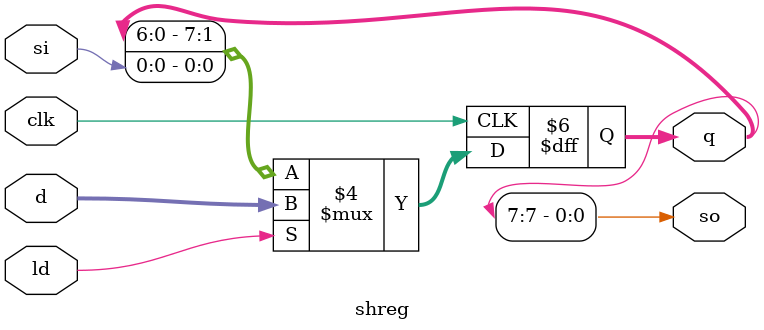
<source format=v>
`timescale 1ns/1ns

module shreg(clk, ld, d, si, so, q);
	input        clk, ld;
	input  [7:0] d;
	input        si;
	output       so;
	output [7:0] q;
	reg    [7:0] q;
	
	always@(posedge clk) begin
		if(ld == 1'b1) begin
			q <= d;
		end else begin
			q <= {q[6:0], si};
		end
	end
	
	assign so = q[7];

endmodule

</source>
